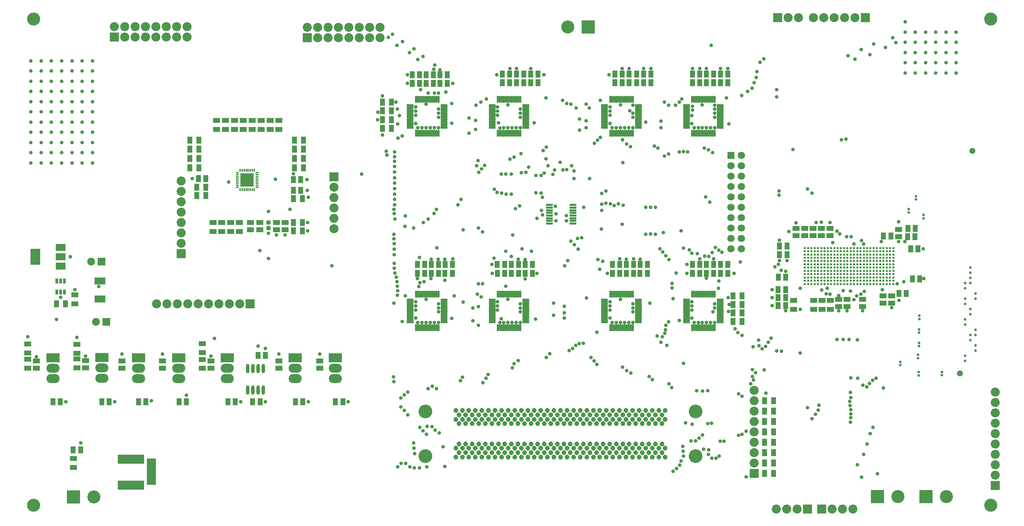
<source format=gts>
G04 Layer_Color=8388736*
%FSLAX43Y43*%
%MOMM*%
G71*
G01*
G75*
%ADD65O,1.753X0.503*%
%ADD66O,0.503X1.753*%
%ADD67R,1.203X1.703*%
%ADD68R,2.403X1.703*%
%ADD69R,2.403X4.003*%
%ADD70R,0.653X1.653*%
%ADD71R,1.703X1.203*%
%ADD72R,1.103X1.103*%
%ADD73R,0.803X1.253*%
%ADD74O,0.803X2.303*%
%ADD75O,1.753X0.553*%
%ADD76R,3.303X3.303*%
%ADD77R,0.453X0.803*%
%ADD78R,0.803X0.453*%
%ADD79C,0.540*%
%ADD80C,3.353*%
%ADD81C,1.203*%
%ADD82C,1.473*%
%ADD83C,2.203*%
%ADD84R,2.203X2.203*%
%ADD85R,2.203X2.203*%
%ADD86O,3.203X2.203*%
%ADD87R,3.203X2.203*%
%ADD88C,3.203*%
%ADD89R,3.203X3.203*%
%ADD90C,1.803*%
%ADD91R,1.803X1.803*%
%ADD92R,1.903X1.903*%
%ADD93C,1.903*%
%ADD94R,6.403X2.203*%
%ADD95R,2.203X6.403*%
%ADD96C,0.903*%
%ADD97C,0.653*%
D65*
X113350Y95450D02*
D03*
Y95950D02*
D03*
Y96450D02*
D03*
Y96950D02*
D03*
Y97450D02*
D03*
Y97950D02*
D03*
Y98450D02*
D03*
Y98950D02*
D03*
Y99450D02*
D03*
Y99950D02*
D03*
Y100450D02*
D03*
Y100950D02*
D03*
X105100D02*
D03*
Y100450D02*
D03*
Y99950D02*
D03*
Y99450D02*
D03*
Y98950D02*
D03*
Y98450D02*
D03*
Y97950D02*
D03*
Y97450D02*
D03*
Y96950D02*
D03*
Y96450D02*
D03*
Y95950D02*
D03*
Y95450D02*
D03*
X180850D02*
D03*
Y95950D02*
D03*
Y96450D02*
D03*
Y96950D02*
D03*
Y97450D02*
D03*
Y97950D02*
D03*
Y98450D02*
D03*
Y98950D02*
D03*
Y99450D02*
D03*
Y99950D02*
D03*
Y100450D02*
D03*
Y100950D02*
D03*
X172600D02*
D03*
Y100450D02*
D03*
Y99950D02*
D03*
Y99450D02*
D03*
Y98950D02*
D03*
Y98450D02*
D03*
Y97950D02*
D03*
Y97450D02*
D03*
Y96950D02*
D03*
Y96450D02*
D03*
Y95950D02*
D03*
Y95450D02*
D03*
X160850D02*
D03*
Y95950D02*
D03*
Y96450D02*
D03*
Y96950D02*
D03*
Y97450D02*
D03*
Y97950D02*
D03*
Y98450D02*
D03*
Y98950D02*
D03*
Y99450D02*
D03*
Y99950D02*
D03*
Y100450D02*
D03*
Y100950D02*
D03*
X152600D02*
D03*
Y100450D02*
D03*
Y99950D02*
D03*
Y99450D02*
D03*
Y98950D02*
D03*
Y98450D02*
D03*
Y97950D02*
D03*
Y97450D02*
D03*
Y96950D02*
D03*
Y96450D02*
D03*
Y95950D02*
D03*
Y95450D02*
D03*
X133350D02*
D03*
Y95950D02*
D03*
Y96450D02*
D03*
Y96950D02*
D03*
Y97450D02*
D03*
Y97950D02*
D03*
Y98450D02*
D03*
Y98950D02*
D03*
Y99450D02*
D03*
Y99950D02*
D03*
Y100450D02*
D03*
Y100950D02*
D03*
X125100D02*
D03*
Y100450D02*
D03*
Y99950D02*
D03*
Y99450D02*
D03*
Y98950D02*
D03*
Y98450D02*
D03*
Y97950D02*
D03*
Y97450D02*
D03*
Y96950D02*
D03*
Y96450D02*
D03*
Y95950D02*
D03*
Y95450D02*
D03*
X180850Y47825D02*
D03*
Y48325D02*
D03*
Y48825D02*
D03*
Y49325D02*
D03*
Y49825D02*
D03*
Y50325D02*
D03*
Y50825D02*
D03*
Y51325D02*
D03*
Y51825D02*
D03*
Y52325D02*
D03*
Y52825D02*
D03*
Y53325D02*
D03*
X172600D02*
D03*
Y52825D02*
D03*
Y52325D02*
D03*
Y51825D02*
D03*
Y51325D02*
D03*
Y50825D02*
D03*
Y50325D02*
D03*
Y49825D02*
D03*
Y49325D02*
D03*
Y48825D02*
D03*
Y48325D02*
D03*
Y47825D02*
D03*
X160850D02*
D03*
Y48325D02*
D03*
Y48825D02*
D03*
Y49325D02*
D03*
Y49825D02*
D03*
Y50325D02*
D03*
Y50825D02*
D03*
Y51325D02*
D03*
Y51825D02*
D03*
Y52325D02*
D03*
Y52825D02*
D03*
Y53325D02*
D03*
X152600D02*
D03*
Y52825D02*
D03*
Y52325D02*
D03*
Y51825D02*
D03*
Y51325D02*
D03*
Y50825D02*
D03*
Y50325D02*
D03*
Y49825D02*
D03*
Y49325D02*
D03*
Y48825D02*
D03*
Y48325D02*
D03*
Y47825D02*
D03*
X133350D02*
D03*
Y48325D02*
D03*
Y48825D02*
D03*
Y49325D02*
D03*
Y49825D02*
D03*
Y50325D02*
D03*
Y50825D02*
D03*
Y51325D02*
D03*
Y51825D02*
D03*
Y52325D02*
D03*
Y52825D02*
D03*
Y53325D02*
D03*
X125100D02*
D03*
Y52825D02*
D03*
Y52325D02*
D03*
Y51825D02*
D03*
Y51325D02*
D03*
Y50825D02*
D03*
Y50325D02*
D03*
Y49825D02*
D03*
Y49325D02*
D03*
Y48825D02*
D03*
Y48325D02*
D03*
Y47825D02*
D03*
X113350D02*
D03*
Y48325D02*
D03*
Y48825D02*
D03*
Y49325D02*
D03*
Y49825D02*
D03*
Y50325D02*
D03*
Y50825D02*
D03*
Y51325D02*
D03*
Y51825D02*
D03*
Y52325D02*
D03*
Y52825D02*
D03*
Y53325D02*
D03*
X105100D02*
D03*
Y52825D02*
D03*
Y52325D02*
D03*
Y51825D02*
D03*
Y51325D02*
D03*
Y50825D02*
D03*
Y50325D02*
D03*
Y49825D02*
D03*
Y49325D02*
D03*
Y48825D02*
D03*
Y48325D02*
D03*
Y47825D02*
D03*
D66*
X111975Y102325D02*
D03*
X111475D02*
D03*
X110975D02*
D03*
X110475D02*
D03*
X109975D02*
D03*
X109475D02*
D03*
X108975D02*
D03*
X108475D02*
D03*
X107975D02*
D03*
X107475D02*
D03*
X106975D02*
D03*
X106475D02*
D03*
Y94075D02*
D03*
X106975D02*
D03*
X107475D02*
D03*
X107975D02*
D03*
X108475D02*
D03*
X108975D02*
D03*
X109475D02*
D03*
X109975D02*
D03*
X110475D02*
D03*
X110975D02*
D03*
X111475D02*
D03*
X111975D02*
D03*
X179475Y102325D02*
D03*
X178975D02*
D03*
X178475D02*
D03*
X177975D02*
D03*
X177475D02*
D03*
X176975D02*
D03*
X176475D02*
D03*
X175975D02*
D03*
X175475D02*
D03*
X174975D02*
D03*
X174475D02*
D03*
X173975D02*
D03*
Y94075D02*
D03*
X174475D02*
D03*
X174975D02*
D03*
X175475D02*
D03*
X175975D02*
D03*
X176475D02*
D03*
X176975D02*
D03*
X177475D02*
D03*
X177975D02*
D03*
X178475D02*
D03*
X178975D02*
D03*
X179475D02*
D03*
X159475Y102325D02*
D03*
X158975D02*
D03*
X158475D02*
D03*
X157975D02*
D03*
X157475D02*
D03*
X156975D02*
D03*
X156475D02*
D03*
X155975D02*
D03*
X155475D02*
D03*
X154975D02*
D03*
X154475D02*
D03*
X153975D02*
D03*
Y94075D02*
D03*
X154475D02*
D03*
X154975D02*
D03*
X155475D02*
D03*
X155975D02*
D03*
X156475D02*
D03*
X156975D02*
D03*
X157475D02*
D03*
X157975D02*
D03*
X158475D02*
D03*
X158975D02*
D03*
X159475D02*
D03*
X131975Y102325D02*
D03*
X131475D02*
D03*
X130975D02*
D03*
X130475D02*
D03*
X129975D02*
D03*
X129475D02*
D03*
X128975D02*
D03*
X128475D02*
D03*
X127975D02*
D03*
X127475D02*
D03*
X126975D02*
D03*
X126475D02*
D03*
Y94075D02*
D03*
X126975D02*
D03*
X127475D02*
D03*
X127975D02*
D03*
X128475D02*
D03*
X128975D02*
D03*
X129475D02*
D03*
X129975D02*
D03*
X130475D02*
D03*
X130975D02*
D03*
X131475D02*
D03*
X131975D02*
D03*
X179475Y54700D02*
D03*
X178975D02*
D03*
X178475D02*
D03*
X177975D02*
D03*
X177475D02*
D03*
X176975D02*
D03*
X176475D02*
D03*
X175975D02*
D03*
X175475D02*
D03*
X174975D02*
D03*
X174475D02*
D03*
X173975D02*
D03*
Y46450D02*
D03*
X174475D02*
D03*
X174975D02*
D03*
X175475D02*
D03*
X175975D02*
D03*
X176475D02*
D03*
X176975D02*
D03*
X177475D02*
D03*
X177975D02*
D03*
X178475D02*
D03*
X178975D02*
D03*
X179475D02*
D03*
X159475Y54700D02*
D03*
X158975D02*
D03*
X158475D02*
D03*
X157975D02*
D03*
X157475D02*
D03*
X156975D02*
D03*
X156475D02*
D03*
X155975D02*
D03*
X155475D02*
D03*
X154975D02*
D03*
X154475D02*
D03*
X153975D02*
D03*
Y46450D02*
D03*
X154475D02*
D03*
X154975D02*
D03*
X155475D02*
D03*
X155975D02*
D03*
X156475D02*
D03*
X156975D02*
D03*
X157475D02*
D03*
X157975D02*
D03*
X158475D02*
D03*
X158975D02*
D03*
X159475D02*
D03*
X131975Y54700D02*
D03*
X131475D02*
D03*
X130975D02*
D03*
X130475D02*
D03*
X129975D02*
D03*
X129475D02*
D03*
X128975D02*
D03*
X128475D02*
D03*
X127975D02*
D03*
X127475D02*
D03*
X126975D02*
D03*
X126475D02*
D03*
Y46450D02*
D03*
X126975D02*
D03*
X127475D02*
D03*
X127975D02*
D03*
X128475D02*
D03*
X128975D02*
D03*
X129475D02*
D03*
X129975D02*
D03*
X130475D02*
D03*
X130975D02*
D03*
X131475D02*
D03*
X131975D02*
D03*
X111975Y54700D02*
D03*
X111475D02*
D03*
X110975D02*
D03*
X110475D02*
D03*
X109975D02*
D03*
X109475D02*
D03*
X108975D02*
D03*
X108475D02*
D03*
X107975D02*
D03*
X107475D02*
D03*
X106975D02*
D03*
X106475D02*
D03*
Y46450D02*
D03*
X106975D02*
D03*
X107475D02*
D03*
X107975D02*
D03*
X108475D02*
D03*
X108975D02*
D03*
X109475D02*
D03*
X109975D02*
D03*
X110475D02*
D03*
X110975D02*
D03*
X111475D02*
D03*
X111975D02*
D03*
D67*
X129762Y61925D02*
D03*
X131562D02*
D03*
X31525Y28350D02*
D03*
X29725D02*
D03*
X19575D02*
D03*
X17775D02*
D03*
X195025Y55825D02*
D03*
X196825D02*
D03*
X69706Y39698D02*
D03*
X67906D02*
D03*
X68381Y28325D02*
D03*
X66581D02*
D03*
X224500Y54825D02*
D03*
X226300D02*
D03*
X220750Y68950D02*
D03*
X222550D02*
D03*
X229225Y65750D02*
D03*
X227425D02*
D03*
X229625Y58450D02*
D03*
X227825D02*
D03*
X226700Y70775D02*
D03*
X228500D02*
D03*
X226675Y68725D02*
D03*
X228475D02*
D03*
X195357Y64375D02*
D03*
X197157D02*
D03*
X195357Y66450D02*
D03*
X197157D02*
D03*
X195075Y58850D02*
D03*
X196875D02*
D03*
X195025Y53850D02*
D03*
X196825D02*
D03*
X195025Y51887D02*
D03*
X196825D02*
D03*
X53325Y82975D02*
D03*
X55125D02*
D03*
X78336Y82725D02*
D03*
X76536D02*
D03*
X78336Y80100D02*
D03*
X76536D02*
D03*
X88625Y28325D02*
D03*
X86825D02*
D03*
X78825D02*
D03*
X77025D02*
D03*
X62350D02*
D03*
X60550D02*
D03*
X40475Y28350D02*
D03*
X38675D02*
D03*
X50375Y28325D02*
D03*
X48575D02*
D03*
X24525Y16600D02*
D03*
X22725D02*
D03*
X106825Y61925D02*
D03*
X108625D02*
D03*
X106825Y59800D02*
D03*
X108625D02*
D03*
X110200D02*
D03*
X112000D02*
D03*
X113600Y61925D02*
D03*
X115400D02*
D03*
X113575Y59800D02*
D03*
X115375D02*
D03*
X126350Y61925D02*
D03*
X128150D02*
D03*
X126400Y59800D02*
D03*
X128200D02*
D03*
X129788D02*
D03*
X131587D02*
D03*
X133175Y61925D02*
D03*
X134975D02*
D03*
X133175Y59800D02*
D03*
X134975D02*
D03*
X154525Y61925D02*
D03*
X156325D02*
D03*
X154525Y59800D02*
D03*
X156325D02*
D03*
X157887D02*
D03*
X159687D02*
D03*
X161275Y61925D02*
D03*
X163075D02*
D03*
X161250Y59800D02*
D03*
X163050D02*
D03*
X174050Y61925D02*
D03*
X175850D02*
D03*
X174050Y59800D02*
D03*
X175850D02*
D03*
X177475D02*
D03*
X179275D02*
D03*
X180900Y61925D02*
D03*
X182700D02*
D03*
X180900Y59800D02*
D03*
X182700D02*
D03*
X105600Y108400D02*
D03*
X107400D02*
D03*
X105600Y106250D02*
D03*
X107400D02*
D03*
X108975Y106250D02*
D03*
X110775D02*
D03*
X112350Y108400D02*
D03*
X114150D02*
D03*
X112350Y106250D02*
D03*
X114150D02*
D03*
X127575Y108550D02*
D03*
X129375D02*
D03*
X127575Y106400D02*
D03*
X129375D02*
D03*
X131050Y108550D02*
D03*
X132850D02*
D03*
X131050Y106400D02*
D03*
X132850D02*
D03*
X134550Y108550D02*
D03*
X136350D02*
D03*
X134550Y106400D02*
D03*
X136350D02*
D03*
X155125Y108550D02*
D03*
X156925D02*
D03*
X155125Y106400D02*
D03*
X156925D02*
D03*
X158625Y108550D02*
D03*
X160425D02*
D03*
X158625Y106400D02*
D03*
X160425D02*
D03*
X163950Y108550D02*
D03*
X162150D02*
D03*
X163950Y106400D02*
D03*
X162150D02*
D03*
X174050Y108550D02*
D03*
X175850D02*
D03*
X174050Y106400D02*
D03*
X175850D02*
D03*
X177475Y108550D02*
D03*
X179275D02*
D03*
X177475Y106400D02*
D03*
X179275D02*
D03*
X182700Y108550D02*
D03*
X180900D02*
D03*
X182700Y106400D02*
D03*
X180900D02*
D03*
X51236Y92400D02*
D03*
X53436D02*
D03*
X51236Y90137D02*
D03*
X53436D02*
D03*
X76786Y92400D02*
D03*
X78986D02*
D03*
X76786Y90137D02*
D03*
X78986D02*
D03*
X76786Y87875D02*
D03*
X78986D02*
D03*
X76786Y85612D02*
D03*
X78986D02*
D03*
X51236Y87875D02*
D03*
X53436D02*
D03*
X51236Y85612D02*
D03*
X53436D02*
D03*
X52925Y80850D02*
D03*
X55125D02*
D03*
X52925Y78775D02*
D03*
X55125D02*
D03*
X76511Y72225D02*
D03*
X78711D02*
D03*
Y70200D02*
D03*
X76511D02*
D03*
X78736Y78025D02*
D03*
X76536D02*
D03*
X191675Y10800D02*
D03*
X193875D02*
D03*
X191675Y13370D02*
D03*
X193875D02*
D03*
X191675Y15950D02*
D03*
X193875D02*
D03*
X191675Y18450D02*
D03*
X193875D02*
D03*
X191675Y20975D02*
D03*
X193875D02*
D03*
X191675Y23550D02*
D03*
X193875D02*
D03*
X191675Y26075D02*
D03*
X193875D02*
D03*
X191675Y28610D02*
D03*
X193875D02*
D03*
X98325Y97375D02*
D03*
X100525D02*
D03*
X98325Y99525D02*
D03*
X100525D02*
D03*
X20825Y52275D02*
D03*
X18625D02*
D03*
X98325Y95225D02*
D03*
X100525D02*
D03*
X98325Y101675D02*
D03*
X100525D02*
D03*
X186200Y54300D02*
D03*
X184000D02*
D03*
X186200Y52175D02*
D03*
X184000D02*
D03*
X186200Y50100D02*
D03*
X184000D02*
D03*
X186200Y48025D02*
D03*
X184000D02*
D03*
X108975Y108400D02*
D03*
X110775D02*
D03*
X177475Y61925D02*
D03*
X179275D02*
D03*
X157900D02*
D03*
X159700D02*
D03*
X110212D02*
D03*
X112012D02*
D03*
D68*
X19650Y63825D02*
D03*
Y61525D02*
D03*
Y66125D02*
D03*
D69*
X13450Y63825D02*
D03*
D70*
X28300Y53475D02*
D03*
X28950D02*
D03*
X29600D02*
D03*
X30250D02*
D03*
X28300Y57875D02*
D03*
X28950D02*
D03*
X29600D02*
D03*
X30250D02*
D03*
D71*
X220675Y52475D02*
D03*
Y54275D02*
D03*
X215625Y51650D02*
D03*
Y53450D02*
D03*
X222725Y52475D02*
D03*
Y54275D02*
D03*
X205600Y70775D02*
D03*
Y68975D02*
D03*
X211875Y51650D02*
D03*
Y53450D02*
D03*
X224450Y70525D02*
D03*
Y68725D02*
D03*
X207675Y70775D02*
D03*
Y68975D02*
D03*
X203550Y70775D02*
D03*
Y68975D02*
D03*
X201500Y70775D02*
D03*
Y68975D02*
D03*
X209825Y51650D02*
D03*
Y53450D02*
D03*
X199425Y70775D02*
D03*
Y68975D02*
D03*
X74511Y70425D02*
D03*
Y72225D02*
D03*
X72361Y70425D02*
D03*
Y72225D02*
D03*
X68336Y70425D02*
D03*
Y72225D02*
D03*
X66061Y70425D02*
D03*
Y72225D02*
D03*
X83000Y38325D02*
D03*
Y36525D02*
D03*
X72975Y38325D02*
D03*
Y36525D02*
D03*
X25700Y38425D02*
D03*
Y36625D02*
D03*
X56375Y38325D02*
D03*
Y36525D02*
D03*
X13740Y38340D02*
D03*
Y36540D02*
D03*
X34650Y38340D02*
D03*
Y36540D02*
D03*
X44515Y38340D02*
D03*
Y36540D02*
D03*
X22775Y12275D02*
D03*
Y14475D02*
D03*
X57761Y95000D02*
D03*
Y97200D02*
D03*
X59939Y95000D02*
D03*
Y97200D02*
D03*
X62118Y95000D02*
D03*
Y97200D02*
D03*
X64296Y95000D02*
D03*
Y97200D02*
D03*
X66475Y95000D02*
D03*
Y97200D02*
D03*
X68654Y95000D02*
D03*
Y97200D02*
D03*
X70832Y95000D02*
D03*
Y97200D02*
D03*
X73011Y95000D02*
D03*
Y97200D02*
D03*
X56911Y70000D02*
D03*
Y72200D02*
D03*
X59052Y70000D02*
D03*
Y72200D02*
D03*
X61194Y70000D02*
D03*
Y72200D02*
D03*
X63336Y70000D02*
D03*
Y72200D02*
D03*
X54275Y38725D02*
D03*
Y36525D02*
D03*
X207800Y50975D02*
D03*
Y53175D02*
D03*
X205775Y50975D02*
D03*
Y53175D02*
D03*
X203725Y50975D02*
D03*
Y53175D02*
D03*
X198775Y50975D02*
D03*
Y53175D02*
D03*
X11640Y42525D02*
D03*
Y40325D02*
D03*
Y38740D02*
D03*
Y36540D02*
D03*
X54275Y42600D02*
D03*
Y40400D02*
D03*
X23600Y38825D02*
D03*
Y36625D02*
D03*
Y42425D02*
D03*
Y40225D02*
D03*
X23075Y54475D02*
D03*
Y52275D02*
D03*
D72*
X70486Y70850D02*
D03*
Y72250D02*
D03*
D73*
X19625Y57900D02*
D03*
Y55200D02*
D03*
X18675Y57900D02*
D03*
X20575D02*
D03*
Y55200D02*
D03*
X18675D02*
D03*
D74*
X69161Y36473D02*
D03*
X67891D02*
D03*
X66621D02*
D03*
X65351D02*
D03*
X69161Y31273D02*
D03*
X67891D02*
D03*
X66621D02*
D03*
X65351D02*
D03*
D75*
X139125Y76500D02*
D03*
Y75850D02*
D03*
Y75200D02*
D03*
Y74550D02*
D03*
Y73900D02*
D03*
Y73250D02*
D03*
Y72600D02*
D03*
Y71950D02*
D03*
X144875Y76500D02*
D03*
Y75850D02*
D03*
Y75200D02*
D03*
Y74550D02*
D03*
Y73900D02*
D03*
Y73250D02*
D03*
Y72600D02*
D03*
Y71950D02*
D03*
D76*
X65236Y82625D02*
D03*
D77*
X63486Y85025D02*
D03*
X63986D02*
D03*
X64486D02*
D03*
X64986D02*
D03*
X65486D02*
D03*
X65986D02*
D03*
X66486D02*
D03*
X66986D02*
D03*
Y80225D02*
D03*
X66486D02*
D03*
X65986D02*
D03*
X65486D02*
D03*
X64986D02*
D03*
X64486D02*
D03*
X63986D02*
D03*
X63486D02*
D03*
D78*
X67636Y84375D02*
D03*
Y83875D02*
D03*
Y83375D02*
D03*
Y82875D02*
D03*
Y82375D02*
D03*
Y81875D02*
D03*
Y81375D02*
D03*
Y80875D02*
D03*
X62836D02*
D03*
Y81375D02*
D03*
Y81875D02*
D03*
Y82375D02*
D03*
Y82875D02*
D03*
Y83375D02*
D03*
Y83875D02*
D03*
Y84375D02*
D03*
D79*
X201550Y65975D02*
D03*
X202350D02*
D03*
X203150D02*
D03*
X203950D02*
D03*
X204750D02*
D03*
X205550D02*
D03*
X206350D02*
D03*
X207150D02*
D03*
X207950D02*
D03*
X208750D02*
D03*
X209550D02*
D03*
X210350D02*
D03*
X211150D02*
D03*
X211950D02*
D03*
X212750D02*
D03*
X213550D02*
D03*
X214350D02*
D03*
X215150D02*
D03*
X215950D02*
D03*
X216750D02*
D03*
X217550D02*
D03*
X218350D02*
D03*
X219150D02*
D03*
X219950D02*
D03*
X220750D02*
D03*
X221550D02*
D03*
X222350D02*
D03*
X201550Y65175D02*
D03*
X202350D02*
D03*
X203150D02*
D03*
X203950D02*
D03*
X204750D02*
D03*
X205550D02*
D03*
X206350D02*
D03*
X207150D02*
D03*
X207950D02*
D03*
X208750D02*
D03*
X209550D02*
D03*
X210350D02*
D03*
X211150D02*
D03*
X211950D02*
D03*
X212750D02*
D03*
X213550D02*
D03*
X214350D02*
D03*
X215150D02*
D03*
X215950D02*
D03*
X216750D02*
D03*
X217550D02*
D03*
X218350D02*
D03*
X219150D02*
D03*
X219950D02*
D03*
X220750D02*
D03*
X221550D02*
D03*
X222350D02*
D03*
X201550Y64375D02*
D03*
X202350D02*
D03*
X203150D02*
D03*
X203950D02*
D03*
X204750D02*
D03*
X205550D02*
D03*
X206350D02*
D03*
X207150D02*
D03*
X207950D02*
D03*
X208750D02*
D03*
X209550D02*
D03*
X210350D02*
D03*
X211150D02*
D03*
X211950D02*
D03*
X212750D02*
D03*
X213550D02*
D03*
X214350D02*
D03*
X215150D02*
D03*
X215950D02*
D03*
X216750D02*
D03*
X217550D02*
D03*
X218350D02*
D03*
X219150D02*
D03*
X219950D02*
D03*
X220750D02*
D03*
X221550D02*
D03*
X222350D02*
D03*
X201550Y63575D02*
D03*
X202350D02*
D03*
X203150D02*
D03*
X203950D02*
D03*
X204750D02*
D03*
X205550D02*
D03*
X206350D02*
D03*
X207150D02*
D03*
X207950D02*
D03*
X208750D02*
D03*
X209550D02*
D03*
X210350D02*
D03*
X211150D02*
D03*
X211950D02*
D03*
X212750D02*
D03*
X213550D02*
D03*
X214350D02*
D03*
X215150D02*
D03*
X215950D02*
D03*
X216750D02*
D03*
X217550D02*
D03*
X218350D02*
D03*
X219150D02*
D03*
X219950D02*
D03*
X220750D02*
D03*
X221550D02*
D03*
X222350D02*
D03*
X223150Y65975D02*
D03*
Y65175D02*
D03*
Y64375D02*
D03*
Y63575D02*
D03*
Y57975D02*
D03*
X222350Y57175D02*
D03*
X221550D02*
D03*
X220750D02*
D03*
X219950D02*
D03*
X219150D02*
D03*
X218350D02*
D03*
X217550D02*
D03*
X216750D02*
D03*
X215950D02*
D03*
X215150D02*
D03*
X214350D02*
D03*
X213550D02*
D03*
X212750D02*
D03*
X211950D02*
D03*
X211150D02*
D03*
X210350D02*
D03*
X209550D02*
D03*
X208750D02*
D03*
X207950D02*
D03*
X207150D02*
D03*
X206350D02*
D03*
X205550D02*
D03*
X204750D02*
D03*
X203950D02*
D03*
X203150D02*
D03*
X202350D02*
D03*
X201550D02*
D03*
X223150D02*
D03*
Y58775D02*
D03*
Y59575D02*
D03*
Y60375D02*
D03*
Y61175D02*
D03*
Y61975D02*
D03*
Y62775D02*
D03*
X222350Y57975D02*
D03*
X221550D02*
D03*
X220750D02*
D03*
X219950D02*
D03*
X219150D02*
D03*
X218350D02*
D03*
X217550D02*
D03*
X216750D02*
D03*
X215950D02*
D03*
X215150D02*
D03*
X214350D02*
D03*
X213550D02*
D03*
X212750D02*
D03*
X211950D02*
D03*
X211150D02*
D03*
X210350D02*
D03*
X209550D02*
D03*
X208750D02*
D03*
X207950D02*
D03*
X207150D02*
D03*
X206350D02*
D03*
X205550D02*
D03*
X204750D02*
D03*
X203950D02*
D03*
X203150D02*
D03*
X202350D02*
D03*
X201550D02*
D03*
X222350Y58775D02*
D03*
X221550D02*
D03*
X220750D02*
D03*
X219950D02*
D03*
X219150D02*
D03*
X218350D02*
D03*
X217550D02*
D03*
X216750D02*
D03*
X215950D02*
D03*
X215150D02*
D03*
X214350D02*
D03*
X213550D02*
D03*
X212750D02*
D03*
X211950D02*
D03*
X211150D02*
D03*
X210350D02*
D03*
X209550D02*
D03*
X208750D02*
D03*
X207950D02*
D03*
X207150D02*
D03*
X206350D02*
D03*
X205550D02*
D03*
X204750D02*
D03*
X203950D02*
D03*
X203150D02*
D03*
X202350D02*
D03*
X201550D02*
D03*
X222350Y59575D02*
D03*
X221550D02*
D03*
X220750D02*
D03*
X219950D02*
D03*
X219150D02*
D03*
X218350D02*
D03*
X217550D02*
D03*
X216750D02*
D03*
X215950D02*
D03*
X215150D02*
D03*
X214350D02*
D03*
X213550D02*
D03*
X212750D02*
D03*
X211950D02*
D03*
X211150D02*
D03*
X210350D02*
D03*
X209550D02*
D03*
X208750D02*
D03*
X207950D02*
D03*
X207150D02*
D03*
X206350D02*
D03*
X205550D02*
D03*
X204750D02*
D03*
X203950D02*
D03*
X203150D02*
D03*
X202350D02*
D03*
X201550D02*
D03*
X222350Y60375D02*
D03*
X221550D02*
D03*
X220750D02*
D03*
X219950D02*
D03*
X219150D02*
D03*
X218350D02*
D03*
X217550D02*
D03*
X216750D02*
D03*
X215950D02*
D03*
X215150D02*
D03*
X214350D02*
D03*
X213550D02*
D03*
X212750D02*
D03*
X211950D02*
D03*
X211150D02*
D03*
X210350D02*
D03*
X209550D02*
D03*
X208750D02*
D03*
X207950D02*
D03*
X207150D02*
D03*
X206350D02*
D03*
X205550D02*
D03*
X204750D02*
D03*
X203950D02*
D03*
X203150D02*
D03*
X202350D02*
D03*
X201550D02*
D03*
X222350Y61175D02*
D03*
X221550D02*
D03*
X220750D02*
D03*
X219950D02*
D03*
X219150D02*
D03*
X218350D02*
D03*
X217550D02*
D03*
X216750D02*
D03*
X215950D02*
D03*
X215150D02*
D03*
X214350D02*
D03*
X213550D02*
D03*
X212750D02*
D03*
X211950D02*
D03*
X211150D02*
D03*
X210350D02*
D03*
X209550D02*
D03*
X208750D02*
D03*
X207950D02*
D03*
X207150D02*
D03*
X206350D02*
D03*
X205550D02*
D03*
X204750D02*
D03*
X203950D02*
D03*
X203150D02*
D03*
X202350D02*
D03*
X201550D02*
D03*
X222350Y61975D02*
D03*
X221550D02*
D03*
X220750D02*
D03*
X219950D02*
D03*
X219150D02*
D03*
X218350D02*
D03*
X217550D02*
D03*
X216750D02*
D03*
X215950D02*
D03*
X215150D02*
D03*
X214350D02*
D03*
X213550D02*
D03*
X212750D02*
D03*
X211950D02*
D03*
X211150D02*
D03*
X210350D02*
D03*
X209550D02*
D03*
X208750D02*
D03*
X207950D02*
D03*
X207150D02*
D03*
X206350D02*
D03*
X205550D02*
D03*
X204750D02*
D03*
X203950D02*
D03*
X203150D02*
D03*
X202350D02*
D03*
X201550D02*
D03*
X222350Y62775D02*
D03*
X221550D02*
D03*
X220750D02*
D03*
X219950D02*
D03*
X219150D02*
D03*
X218350D02*
D03*
X217550D02*
D03*
X216750D02*
D03*
X215950D02*
D03*
X215150D02*
D03*
X214350D02*
D03*
X213550D02*
D03*
X212750D02*
D03*
X211950D02*
D03*
X211150D02*
D03*
X210350D02*
D03*
X209550D02*
D03*
X208750D02*
D03*
X207950D02*
D03*
X207150D02*
D03*
X206350D02*
D03*
X205550D02*
D03*
X204750D02*
D03*
X203950D02*
D03*
X203150D02*
D03*
X202350D02*
D03*
X201550D02*
D03*
D80*
X108825Y26025D02*
D03*
X174825Y15025D02*
D03*
Y26025D02*
D03*
X108825Y15025D02*
D03*
D81*
X117825Y14825D02*
D03*
X119425D02*
D03*
X121025D02*
D03*
X122625D02*
D03*
X124225D02*
D03*
X125825D02*
D03*
X127425D02*
D03*
X129025D02*
D03*
X130625D02*
D03*
X132225D02*
D03*
X133825D02*
D03*
X135425D02*
D03*
X137025D02*
D03*
X138625D02*
D03*
X140225D02*
D03*
X141825D02*
D03*
X143425D02*
D03*
X145025D02*
D03*
X146625D02*
D03*
X148225D02*
D03*
X149825D02*
D03*
X151425D02*
D03*
X153025D02*
D03*
X154625D02*
D03*
X156225D02*
D03*
X157825D02*
D03*
X159425D02*
D03*
X161025D02*
D03*
X162625D02*
D03*
X164225D02*
D03*
X165825D02*
D03*
X167425D02*
D03*
X116225D02*
D03*
X118625Y15875D02*
D03*
X120225D02*
D03*
X121825D02*
D03*
X123425D02*
D03*
X125025D02*
D03*
X126625D02*
D03*
X128225D02*
D03*
X129825D02*
D03*
X131425D02*
D03*
X133025D02*
D03*
X134625D02*
D03*
X136225D02*
D03*
X137825D02*
D03*
X139425D02*
D03*
X141025D02*
D03*
X142625D02*
D03*
X144225D02*
D03*
X145825D02*
D03*
X147425D02*
D03*
X149025D02*
D03*
X150625D02*
D03*
X152225D02*
D03*
X153825D02*
D03*
X155425D02*
D03*
X157025D02*
D03*
X158625D02*
D03*
X160225D02*
D03*
X161825D02*
D03*
X163425D02*
D03*
X165025D02*
D03*
X166625D02*
D03*
X116225Y16975D02*
D03*
X117025Y15875D02*
D03*
X167425Y16975D02*
D03*
X165825D02*
D03*
X164225D02*
D03*
X162625D02*
D03*
X161025D02*
D03*
X159425D02*
D03*
X157825D02*
D03*
X156225D02*
D03*
X154625D02*
D03*
X153025D02*
D03*
X151425D02*
D03*
X149825D02*
D03*
X148225D02*
D03*
X146625D02*
D03*
X145025D02*
D03*
X143425D02*
D03*
X141825D02*
D03*
X140225D02*
D03*
X138625D02*
D03*
X137025D02*
D03*
X135425D02*
D03*
X133825D02*
D03*
X132225D02*
D03*
X130625D02*
D03*
X129025D02*
D03*
X127425D02*
D03*
X125825D02*
D03*
X124225D02*
D03*
X122625D02*
D03*
X121025D02*
D03*
X119425D02*
D03*
X117825D02*
D03*
X117025Y18025D02*
D03*
X166625D02*
D03*
X165025D02*
D03*
X163425D02*
D03*
X161825D02*
D03*
X160225D02*
D03*
X158625D02*
D03*
X157025D02*
D03*
X155425D02*
D03*
X153825D02*
D03*
X152225D02*
D03*
X150625D02*
D03*
X149025D02*
D03*
X147425D02*
D03*
X145825D02*
D03*
X144225D02*
D03*
X142625D02*
D03*
X141025D02*
D03*
X139425D02*
D03*
X137825D02*
D03*
X136225D02*
D03*
X134625D02*
D03*
X133025D02*
D03*
X131425D02*
D03*
X129825D02*
D03*
X128225D02*
D03*
X126625D02*
D03*
X125025D02*
D03*
X123425D02*
D03*
X121825D02*
D03*
X120225D02*
D03*
X118625D02*
D03*
Y23025D02*
D03*
X120225D02*
D03*
X121825D02*
D03*
X123425D02*
D03*
X125025D02*
D03*
X126625D02*
D03*
X128225D02*
D03*
X129825D02*
D03*
X131425D02*
D03*
X133025D02*
D03*
X134625D02*
D03*
X136225D02*
D03*
X137825D02*
D03*
X139425D02*
D03*
X141025D02*
D03*
X142625D02*
D03*
X144225D02*
D03*
X145825D02*
D03*
X147425D02*
D03*
X149025D02*
D03*
X150625D02*
D03*
X152225D02*
D03*
X153825D02*
D03*
X155425D02*
D03*
X157025D02*
D03*
X158625D02*
D03*
X160225D02*
D03*
X161825D02*
D03*
X163425D02*
D03*
X165025D02*
D03*
X166625D02*
D03*
X117025D02*
D03*
X117825Y24075D02*
D03*
X119425D02*
D03*
X121025D02*
D03*
X122625D02*
D03*
X124225D02*
D03*
X125825D02*
D03*
X127425D02*
D03*
X129025D02*
D03*
X130625D02*
D03*
X132225D02*
D03*
X133825D02*
D03*
X135425D02*
D03*
X137025D02*
D03*
X138625D02*
D03*
X140225D02*
D03*
X141825D02*
D03*
X143425D02*
D03*
X145025D02*
D03*
X146625D02*
D03*
X148225D02*
D03*
X149825D02*
D03*
X151425D02*
D03*
X153025D02*
D03*
X154625D02*
D03*
X156225D02*
D03*
X157825D02*
D03*
X159425D02*
D03*
X161025D02*
D03*
X162625D02*
D03*
X164225D02*
D03*
X165825D02*
D03*
X167425D02*
D03*
X117025Y25175D02*
D03*
X116225Y24075D02*
D03*
X166625Y25175D02*
D03*
X165025D02*
D03*
X163425D02*
D03*
X161825D02*
D03*
X160225D02*
D03*
X158625D02*
D03*
X157025D02*
D03*
X155425D02*
D03*
X153825D02*
D03*
X152225D02*
D03*
X150625D02*
D03*
X149025D02*
D03*
X147425D02*
D03*
X145825D02*
D03*
X144225D02*
D03*
X142625D02*
D03*
X141025D02*
D03*
X139425D02*
D03*
X137825D02*
D03*
X136225D02*
D03*
X134625D02*
D03*
X133025D02*
D03*
X131425D02*
D03*
X129825D02*
D03*
X128225D02*
D03*
X126625D02*
D03*
X125025D02*
D03*
X123425D02*
D03*
X121825D02*
D03*
X120225D02*
D03*
X118625D02*
D03*
X116225Y26225D02*
D03*
X167425D02*
D03*
X165825D02*
D03*
X164225D02*
D03*
X162625D02*
D03*
X161025D02*
D03*
X159425D02*
D03*
X157825D02*
D03*
X156225D02*
D03*
X154625D02*
D03*
X153025D02*
D03*
X151425D02*
D03*
X149825D02*
D03*
X148225D02*
D03*
X146625D02*
D03*
X145025D02*
D03*
X143425D02*
D03*
X141825D02*
D03*
X140225D02*
D03*
X138625D02*
D03*
X137025D02*
D03*
X135425D02*
D03*
X133825D02*
D03*
X132225D02*
D03*
X130625D02*
D03*
X129025D02*
D03*
X127425D02*
D03*
X125825D02*
D03*
X124225D02*
D03*
X122625D02*
D03*
X121025D02*
D03*
X119425D02*
D03*
X117825D02*
D03*
D82*
X242475Y89696D02*
D03*
X239425Y35314D02*
D03*
D83*
X50521Y120150D02*
D03*
Y117610D02*
D03*
X47981Y120150D02*
D03*
Y117610D02*
D03*
X45441Y120150D02*
D03*
Y117610D02*
D03*
X32741Y120150D02*
D03*
X35281Y117610D02*
D03*
Y120150D02*
D03*
X37821Y117610D02*
D03*
Y120150D02*
D03*
X40361Y117610D02*
D03*
Y120150D02*
D03*
X42901Y117610D02*
D03*
Y120150D02*
D03*
X90111Y119975D02*
D03*
Y117435D02*
D03*
X87571Y119975D02*
D03*
Y117435D02*
D03*
X85031Y119975D02*
D03*
Y117435D02*
D03*
X82491Y119975D02*
D03*
Y117435D02*
D03*
X79951Y119975D02*
D03*
X92651Y117435D02*
D03*
Y119975D02*
D03*
X95191Y117435D02*
D03*
Y119975D02*
D03*
X97731Y117435D02*
D03*
Y119975D02*
D03*
X189175Y13370D02*
D03*
Y31150D02*
D03*
Y28610D02*
D03*
Y26070D02*
D03*
Y23530D02*
D03*
Y20990D02*
D03*
Y18450D02*
D03*
Y15910D02*
D03*
X208215Y2125D02*
D03*
X210755D02*
D03*
X213295D02*
D03*
X199645D02*
D03*
X197105D02*
D03*
X194565D02*
D03*
X248050Y30760D02*
D03*
Y10440D02*
D03*
Y28220D02*
D03*
Y25680D02*
D03*
Y23140D02*
D03*
Y20600D02*
D03*
Y18060D02*
D03*
Y15520D02*
D03*
Y12980D02*
D03*
X197475Y122350D02*
D03*
X200015D02*
D03*
X208715D02*
D03*
X211255D02*
D03*
X213795D02*
D03*
X206175D02*
D03*
X203635D02*
D03*
X86436Y75730D02*
D03*
Y78270D02*
D03*
Y80810D02*
D03*
Y73190D02*
D03*
Y70650D02*
D03*
X49118Y82382D02*
D03*
Y77302D02*
D03*
Y74762D02*
D03*
Y67142D02*
D03*
Y69682D02*
D03*
Y72222D02*
D03*
Y79842D02*
D03*
X43140Y52300D02*
D03*
X63460D02*
D03*
X45680D02*
D03*
X48220D02*
D03*
X50760D02*
D03*
X53300D02*
D03*
X55840D02*
D03*
X58380D02*
D03*
X60920D02*
D03*
D84*
X32741Y117610D02*
D03*
X79951Y117435D02*
D03*
X205675Y2125D02*
D03*
X202185D02*
D03*
X194935Y122350D02*
D03*
X216335D02*
D03*
X66000Y52300D02*
D03*
D85*
X189175Y10830D02*
D03*
X248050Y7900D02*
D03*
X86436Y83350D02*
D03*
X49118Y64602D02*
D03*
D86*
X86825Y33985D02*
D03*
Y36525D02*
D03*
X77000Y33985D02*
D03*
Y36525D02*
D03*
X29725Y34085D02*
D03*
Y36625D02*
D03*
X60400Y33985D02*
D03*
Y36525D02*
D03*
X38675Y33985D02*
D03*
Y36525D02*
D03*
X17765Y33985D02*
D03*
Y36525D02*
D03*
X48540Y33985D02*
D03*
Y36525D02*
D03*
D87*
X86825Y39065D02*
D03*
X77000D02*
D03*
X29725Y39165D02*
D03*
X60400Y39065D02*
D03*
X38675Y39065D02*
D03*
X17765D02*
D03*
X48540D02*
D03*
D88*
X13000Y122000D02*
D03*
X247000D02*
D03*
Y3000D02*
D03*
X13000D02*
D03*
X27750Y5050D02*
D03*
X224275Y5125D02*
D03*
X236150D02*
D03*
X143600Y120075D02*
D03*
D89*
X22750Y5050D02*
D03*
X219275Y5125D02*
D03*
X231150D02*
D03*
X148600Y120075D02*
D03*
D90*
X185975Y78510D02*
D03*
X183435D02*
D03*
X185975Y81050D02*
D03*
X183435D02*
D03*
X185975Y83590D02*
D03*
X183435D02*
D03*
X185975Y86130D02*
D03*
X183435D02*
D03*
X185975Y88670D02*
D03*
X183435Y75970D02*
D03*
X185975D02*
D03*
X183435Y73430D02*
D03*
X185975D02*
D03*
X183435Y70890D02*
D03*
X185975D02*
D03*
X183435Y68350D02*
D03*
X185975D02*
D03*
X183435Y65810D02*
D03*
X185975D02*
D03*
D91*
X183435Y88670D02*
D03*
D92*
X29645Y62625D02*
D03*
X30820Y47875D02*
D03*
D93*
X27105Y62625D02*
D03*
X28280Y47875D02*
D03*
D94*
X36800Y7975D02*
D03*
Y14275D02*
D03*
D95*
X41800Y11275D02*
D03*
D96*
X113500Y12500D02*
D03*
X113800Y104166D02*
D03*
X50371Y29975D02*
D03*
X57200Y43875D02*
D03*
X213550Y66925D02*
D03*
X134050Y85725D02*
D03*
X138775Y86075D02*
D03*
X138300Y87781D02*
D03*
X138250Y102650D02*
D03*
X138325Y90700D02*
D03*
X137550Y89850D02*
D03*
X135369Y96600D02*
D03*
X135850Y79500D02*
D03*
Y83725D02*
D03*
X132421Y65805D02*
D03*
X111100Y110750D02*
D03*
X170119Y59825D02*
D03*
X134689Y65150D02*
D03*
X136025Y59775D02*
D03*
X151375Y60775D02*
D03*
X18625Y48475D02*
D03*
X22000Y63825D02*
D03*
X192000Y30475D02*
D03*
X140529Y76150D02*
D03*
X147450Y75950D02*
D03*
X125525Y63462D02*
D03*
X107345Y63625D02*
D03*
X200450Y40325D02*
D03*
X202169Y26950D02*
D03*
X200450Y50962D02*
D03*
X163650Y52525D02*
D03*
X169050Y57300D02*
D03*
X112350Y109525D02*
D03*
X178675Y115525D02*
D03*
X111950Y63275D02*
D03*
X194692Y102925D02*
D03*
X198600Y90100D02*
D03*
X210075Y69400D02*
D03*
X209375Y70125D02*
D03*
X208350Y67300D02*
D03*
X176475Y95400D02*
D03*
X174475D02*
D03*
X175475D02*
D03*
X150075Y91600D02*
D03*
X150900Y92350D02*
D03*
X99425Y88725D02*
D03*
X99250Y89675D02*
D03*
X215225Y54700D02*
D03*
X101250Y87175D02*
D03*
X121700Y87325D02*
D03*
X121850Y84500D02*
D03*
X122525Y85300D02*
D03*
X157950Y91425D02*
D03*
X146475Y94825D02*
D03*
X156975Y92450D02*
D03*
X67891Y42025D02*
D03*
X216069Y55325D02*
D03*
X215925Y66925D02*
D03*
X215400Y67775D02*
D03*
X220750Y31750D02*
D03*
X218206Y22075D02*
D03*
X222750Y51375D02*
D03*
X209825Y54373D02*
D03*
X210925Y55500D02*
D03*
X220475Y55800D02*
D03*
X220200Y67562D02*
D03*
X214485Y34102D02*
D03*
X212800Y34175D02*
D03*
X212700Y30628D02*
D03*
X218100Y33575D02*
D03*
X216650Y31975D02*
D03*
X217300Y32825D02*
D03*
X218939Y34085D02*
D03*
X212500Y28450D02*
D03*
X212600Y27425D02*
D03*
X79936Y80100D02*
D03*
X212775Y25425D02*
D03*
X214350Y12980D02*
D03*
X212785Y29376D02*
D03*
X215775Y32425D02*
D03*
X212775Y26425D02*
D03*
Y24425D02*
D03*
X225700Y57750D02*
D03*
X93225Y84075D02*
D03*
X103100Y48025D02*
D03*
X101098Y52525D02*
D03*
X103850Y73800D02*
D03*
X105950Y70875D02*
D03*
X118025Y70400D02*
D03*
X115850Y54300D02*
D03*
X108325Y72225D02*
D03*
X122425Y54025D02*
D03*
X121525Y54725D02*
D03*
X122738Y57200D02*
D03*
X121775D02*
D03*
Y70825D02*
D03*
X122738Y69963D02*
D03*
X133350Y84450D02*
D03*
X132275Y84425D02*
D03*
X167475Y46000D02*
D03*
X167525Y47050D02*
D03*
X168275Y47875D02*
D03*
X175475Y47775D02*
D03*
X191600Y36125D02*
D03*
X204975Y27500D02*
D03*
X188900Y41825D02*
D03*
X190325Y42100D02*
D03*
X191100Y41275D02*
D03*
X191925Y41925D02*
D03*
X192600Y42925D02*
D03*
X193300Y43925D02*
D03*
X188750Y36225D02*
D03*
X189500Y35425D02*
D03*
X188700Y34575D02*
D03*
X189000Y33650D02*
D03*
X103775Y71250D02*
D03*
X103923Y54250D02*
D03*
X101912Y54412D02*
D03*
X102013Y55541D02*
D03*
X179050Y50325D02*
D03*
X142775Y51750D02*
D03*
Y50075D02*
D03*
X140100Y52525D02*
D03*
X150675Y45350D02*
D03*
X139200Y40100D02*
D03*
X140100Y49550D02*
D03*
X121775Y51650D02*
D03*
Y47025D02*
D03*
X120425Y51300D02*
D03*
Y48200D02*
D03*
X106425Y52825D02*
D03*
X132150Y89025D02*
D03*
X110950Y74450D02*
D03*
X179525Y97950D02*
D03*
X166400Y97050D02*
D03*
X166375Y95400D02*
D03*
X158750Y99575D02*
D03*
X146475Y97550D02*
D03*
X148075Y97100D02*
D03*
X148075Y95400D02*
D03*
X119450Y97800D02*
D03*
Y94075D02*
D03*
X121075Y97150D02*
D03*
Y95000D02*
D03*
X126975Y95325D02*
D03*
X126625Y96625D02*
D03*
X98325Y103200D02*
D03*
X97200Y99200D02*
D03*
X97136Y97325D02*
D03*
X98325Y93625D02*
D03*
X142750Y48825D02*
D03*
X203275Y24200D02*
D03*
X204175Y25325D02*
D03*
X204775Y26300D02*
D03*
X212700Y23400D02*
D03*
X224575Y53200D02*
D03*
X170875Y48275D02*
D03*
X159475Y47775D02*
D03*
X158475D02*
D03*
X135725Y48625D02*
D03*
X115250Y48725D02*
D03*
X157475Y47775D02*
D03*
X173925Y96450D02*
D03*
X178475Y95400D02*
D03*
X177475D02*
D03*
X179475D02*
D03*
X157475D02*
D03*
X106425Y96450D02*
D03*
X153925Y50825D02*
D03*
X127350Y48700D02*
D03*
X174475Y47775D02*
D03*
X159525Y50325D02*
D03*
Y51325D02*
D03*
X153925Y51825D02*
D03*
X159525Y52325D02*
D03*
X182975Y96325D02*
D03*
X162650Y96725D02*
D03*
X115200Y96500D02*
D03*
X173933Y98405D02*
D03*
X174083Y99705D02*
D03*
X174075Y100625D02*
D03*
X180450Y56125D02*
D03*
X118050Y52750D02*
D03*
X115250Y101375D02*
D03*
X179525Y100950D02*
D03*
X159525Y97950D02*
D03*
Y98950D02*
D03*
X132025Y97950D02*
D03*
Y99950D02*
D03*
X148850Y100225D02*
D03*
X148125Y101200D02*
D03*
X153925Y98450D02*
D03*
X122375Y101675D02*
D03*
X123725Y102475D02*
D03*
X159525Y100950D02*
D03*
X173925Y52825D02*
D03*
X173925Y51825D02*
D03*
Y50825D02*
D03*
Y48825D02*
D03*
X176475Y47775D02*
D03*
X177475D02*
D03*
X178475D02*
D03*
X179475D02*
D03*
X179525Y51325D02*
D03*
Y52325D02*
D03*
X153925Y52825D02*
D03*
X153925Y48825D02*
D03*
X154475Y47775D02*
D03*
X155475D02*
D03*
X156475D02*
D03*
X126425Y52825D02*
D03*
X126425Y51825D02*
D03*
Y50825D02*
D03*
X126975Y47775D02*
D03*
X127975D02*
D03*
X128975D02*
D03*
X129975D02*
D03*
X130975D02*
D03*
X131975D02*
D03*
X132025Y50325D02*
D03*
Y51325D02*
D03*
Y52325D02*
D03*
X106425Y51825D02*
D03*
Y50825D02*
D03*
Y48825D02*
D03*
X106975Y47775D02*
D03*
X107975D02*
D03*
X108975D02*
D03*
X109975D02*
D03*
X110975D02*
D03*
X111975D02*
D03*
X112025Y50325D02*
D03*
Y51325D02*
D03*
Y52325D02*
D03*
X179525Y98950D02*
D03*
Y99950D02*
D03*
X153925Y100450D02*
D03*
X153925Y99450D02*
D03*
Y96450D02*
D03*
X154475Y95400D02*
D03*
X155475D02*
D03*
X156475D02*
D03*
X158475D02*
D03*
X159475D02*
D03*
X126425Y100450D02*
D03*
X126425Y99450D02*
D03*
Y98450D02*
D03*
X127975Y95400D02*
D03*
X128975D02*
D03*
X129975D02*
D03*
X130975D02*
D03*
X131975D02*
D03*
X132025Y98950D02*
D03*
X108975Y101150D02*
D03*
X112025Y99950D02*
D03*
Y98950D02*
D03*
Y97950D02*
D03*
X111975Y95400D02*
D03*
X110975D02*
D03*
X109975D02*
D03*
X108975D02*
D03*
X107975D02*
D03*
X106975D02*
D03*
X106425Y98450D02*
D03*
Y99450D02*
D03*
X106425Y100450D02*
D03*
X157025Y86870D02*
D03*
X141725Y86950D02*
D03*
X157175Y76450D02*
D03*
X156850Y71825D02*
D03*
X139950Y83975D02*
D03*
X142375Y85100D02*
D03*
X143325Y85132D02*
D03*
Y101325D02*
D03*
X140406Y85075D02*
D03*
X142325Y102125D02*
D03*
X107625Y104725D02*
D03*
X195850Y40675D02*
D03*
X194625Y40775D02*
D03*
X230675Y58525D02*
D03*
X219275Y10725D02*
D03*
X217550Y20600D02*
D03*
X216725Y18060D02*
D03*
X215930Y15520D02*
D03*
X215400Y9875D02*
D03*
X207725Y54700D02*
D03*
X205700Y55725D02*
D03*
X207025Y56125D02*
D03*
X206775Y54787D02*
D03*
X129775Y63900D02*
D03*
X151900Y79300D02*
D03*
X152900Y79900D02*
D03*
Y76950D02*
D03*
X151900Y76700D02*
D03*
X147000Y68450D02*
D03*
X145975Y68300D02*
D03*
X128975Y53375D02*
D03*
X148175Y53750D02*
D03*
X151525Y102100D02*
D03*
X128975Y101000D02*
D03*
X121150Y100875D02*
D03*
X131800Y76275D02*
D03*
X130800Y75600D02*
D03*
X107150Y56575D02*
D03*
X107475Y57475D02*
D03*
X108475Y57775D02*
D03*
X146125Y65675D02*
D03*
X145225Y66775D02*
D03*
X144400Y67625D02*
D03*
X171886Y65950D02*
D03*
X182400Y102650D02*
D03*
X176475Y101000D02*
D03*
X111583Y66008D02*
D03*
X166950Y69725D02*
D03*
X128475Y84100D02*
D03*
X137800Y84350D02*
D03*
X144500Y86130D02*
D03*
X145150Y84860D02*
D03*
X144350Y101200D02*
D03*
X145625Y100225D02*
D03*
X167225Y88475D02*
D03*
X167229Y101650D02*
D03*
X168225Y88975D02*
D03*
Y100875D02*
D03*
X169950D02*
D03*
X170850Y101650D02*
D03*
X171425Y102475D02*
D03*
X177275Y78500D02*
D03*
X178300Y77240D02*
D03*
X177025Y64000D02*
D03*
X178075Y63950D02*
D03*
X169060Y56200D02*
D03*
X181275Y64900D02*
D03*
X185750Y62550D02*
D03*
X179700Y66100D02*
D03*
X180475Y65450D02*
D03*
X178925Y64850D02*
D03*
X76536Y84125D02*
D03*
X133175Y58450D02*
D03*
X224475Y67575D02*
D03*
X225950Y67525D02*
D03*
X108175Y112825D02*
D03*
X101175Y67050D02*
D03*
X101131Y68219D02*
D03*
X101125Y69325D02*
D03*
X104000Y13275D02*
D03*
X102848Y13273D02*
D03*
X102000Y12425D02*
D03*
X138350Y39225D02*
D03*
X131475Y38450D02*
D03*
X130475Y37675D02*
D03*
X130025Y36675D02*
D03*
X124150Y35025D02*
D03*
X123625Y34150D02*
D03*
X122850Y33000D02*
D03*
X188325Y32775D02*
D03*
X178975Y89325D02*
D03*
X177975Y89975D02*
D03*
X176975Y90425D02*
D03*
X190225Y43425D02*
D03*
X165650Y90450D02*
D03*
X164775Y90900D02*
D03*
X184200Y59788D02*
D03*
X158950Y90775D02*
D03*
X193553Y55825D02*
D03*
X179275Y63325D02*
D03*
X177475Y58575D02*
D03*
X133175Y63150D02*
D03*
X113575Y58100D02*
D03*
X187200Y10000D02*
D03*
X151575Y93050D02*
D03*
X101275Y89500D02*
D03*
X101250Y88300D02*
D03*
X101275Y85950D02*
D03*
X130475Y88225D02*
D03*
X101275Y84550D02*
D03*
X101300Y83175D02*
D03*
X101250Y81825D02*
D03*
X72975Y40000D02*
D03*
X83000Y40000D02*
D03*
X101300Y80500D02*
D03*
Y79150D02*
D03*
X23600Y44100D02*
D03*
X25712Y39500D02*
D03*
X32850Y28337D02*
D03*
X11640Y44250D02*
D03*
X13750Y39400D02*
D03*
X34650Y40015D02*
D03*
X41800Y28579D02*
D03*
X80150Y28325D02*
D03*
X63675D02*
D03*
X69706D02*
D03*
X20900Y28350D02*
D03*
X44515Y40015D02*
D03*
X117500Y77850D02*
D03*
X101300D02*
D03*
X116725Y76525D02*
D03*
X101275D02*
D03*
X214375Y43500D02*
D03*
X212350Y43625D02*
D03*
X210875D02*
D03*
X209375D02*
D03*
X215625Y50600D02*
D03*
X211875D02*
D03*
X209825D02*
D03*
X213500Y53325D02*
D03*
X70475Y63400D02*
D03*
X183050Y52175D02*
D03*
X182800Y53800D02*
D03*
X182913Y50462D02*
D03*
X111475Y75450D02*
D03*
X101125D02*
D03*
X101200Y74450D02*
D03*
X100975Y34475D02*
D03*
X101325Y73100D02*
D03*
X102125Y92875D02*
D03*
X103125Y93375D02*
D03*
X102050Y96350D02*
D03*
X117887Y34388D02*
D03*
X101075Y33250D02*
D03*
X117350Y33500D02*
D03*
X103650Y30025D02*
D03*
X104475Y30700D02*
D03*
X109475Y31575D02*
D03*
X110475Y32125D02*
D03*
X111475Y31550D02*
D03*
X195775Y60500D02*
D03*
X194250Y61350D02*
D03*
X195100Y62000D02*
D03*
X212884Y68775D02*
D03*
X211788Y68738D02*
D03*
X85975Y61625D02*
D03*
X199425Y72125D02*
D03*
X197650Y70000D02*
D03*
X196825Y50628D02*
D03*
X193553Y51887D02*
D03*
Y53850D02*
D03*
X196875Y60297D02*
D03*
X197157Y62903D02*
D03*
X195357D02*
D03*
Y67922D02*
D03*
X207675Y72247D02*
D03*
X205600Y72300D02*
D03*
X224425Y72375D02*
D03*
X140725Y74325D02*
D03*
X137400Y74100D02*
D03*
X140725Y72600D02*
D03*
X143275D02*
D03*
Y73900D02*
D03*
X79836Y82725D02*
D03*
X51825Y82975D02*
D03*
X102475Y98375D02*
D03*
X101929Y99950D02*
D03*
X101575Y101675D02*
D03*
X203300Y79402D02*
D03*
X202150Y80425D02*
D03*
X195275Y78925D02*
D03*
Y79950D02*
D03*
X137125Y75200D02*
D03*
X151775Y70625D02*
D03*
X151875Y75200D02*
D03*
X130175Y69125D02*
D03*
X136100Y73250D02*
D03*
X128475Y65187D02*
D03*
X24525Y18275D02*
D03*
X69706Y41373D02*
D03*
X56375Y39550D02*
D03*
X89950Y28325D02*
D03*
X128475Y56600D02*
D03*
X145125Y83000D02*
D03*
X148900D02*
D03*
X186075Y103300D02*
D03*
X106975Y112100D02*
D03*
X104900Y113775D02*
D03*
X106000Y114750D02*
D03*
X103225Y116475D02*
D03*
X101850Y115600D02*
D03*
X99750Y117525D02*
D03*
X100725Y118275D02*
D03*
X190625Y111450D02*
D03*
X191550Y112275D02*
D03*
X223775Y116200D02*
D03*
X212100Y113025D02*
D03*
X213825Y112150D02*
D03*
X215300Y114525D02*
D03*
X218350Y115875D02*
D03*
X187500Y104300D02*
D03*
X188650Y105100D02*
D03*
X189150Y106375D02*
D03*
X189625Y107650D02*
D03*
X189850Y109150D02*
D03*
X222975Y117400D02*
D03*
X221250Y115050D02*
D03*
X217400Y113300D02*
D03*
X68336Y65339D02*
D03*
X211550Y92625D02*
D03*
X210525Y92450D02*
D03*
X60750Y82100D02*
D03*
X72125Y82825D02*
D03*
X200375Y56100D02*
D03*
X111975Y103875D02*
D03*
X115450Y106250D02*
D03*
X110975Y103875D02*
D03*
X109475D02*
D03*
X110825Y109750D02*
D03*
X104375Y108400D02*
D03*
Y106250D02*
D03*
X126250Y108400D02*
D03*
X134550Y109875D02*
D03*
X131050Y109850D02*
D03*
X153675Y108375D02*
D03*
X158625Y109850D02*
D03*
X163950Y109850D02*
D03*
X174050Y109850D02*
D03*
X177475D02*
D03*
X182700Y109850D02*
D03*
X172750Y61925D02*
D03*
Y59800D02*
D03*
X161275Y63225D02*
D03*
X157900D02*
D03*
X153225Y59800D02*
D03*
X125050Y61925D02*
D03*
X125100Y59800D02*
D03*
X113500Y63225D02*
D03*
X110212Y63225D02*
D03*
X230425Y65750D02*
D03*
X224100Y57250D02*
D03*
X19625Y53925D02*
D03*
X23075Y55800D02*
D03*
X28950Y56525D02*
D03*
X72361Y69150D02*
D03*
X74511D02*
D03*
X79986Y70200D02*
D03*
Y72225D02*
D03*
X70486Y69575D02*
D03*
X75725Y75450D02*
D03*
X70486Y74950D02*
D03*
X80175Y78400D02*
D03*
X204325Y72250D02*
D03*
X175850Y109850D02*
D03*
X180900Y109850D02*
D03*
X162150D02*
D03*
X156925Y109850D02*
D03*
X137750Y108375D02*
D03*
X129475Y109850D02*
D03*
X115500Y63325D02*
D03*
X131500Y63275D02*
D03*
X159700Y63325D02*
D03*
X156325D02*
D03*
X175850D02*
D03*
X105000Y12400D02*
D03*
X106075Y12150D02*
D03*
X107350D02*
D03*
X101200Y65725D02*
D03*
X109125Y12475D02*
D03*
X101175Y64325D02*
D03*
X106200Y15650D02*
D03*
X123250Y86150D02*
D03*
X129475Y87675D02*
D03*
X121300Y86075D02*
D03*
X104475Y25150D02*
D03*
X106000Y16975D02*
D03*
X105925Y18250D02*
D03*
X109475Y73100D02*
D03*
X101175Y61000D02*
D03*
X101175Y62200D02*
D03*
X113100Y17350D02*
D03*
X103650Y26200D02*
D03*
X102775Y27125D02*
D03*
Y29250D02*
D03*
X101725Y58800D02*
D03*
X127375Y84100D02*
D03*
X127400Y79425D02*
D03*
X101850Y57750D02*
D03*
X101325Y59850D02*
D03*
X125625Y80300D02*
D03*
X126300Y79575D02*
D03*
X128500Y79175D02*
D03*
X101900Y56625D02*
D03*
X129812Y79113D02*
D03*
X129788Y84037D02*
D03*
X110450Y22300D02*
D03*
X111150Y21375D02*
D03*
X112175Y20750D02*
D03*
X109025Y20400D02*
D03*
X108200Y21225D02*
D03*
X107442Y22050D02*
D03*
X109225Y22350D02*
D03*
X106825Y58500D02*
D03*
X137100Y79450D02*
D03*
X137050Y83700D02*
D03*
X137375Y78400D02*
D03*
X172850Y89525D02*
D03*
X171886Y89575D02*
D03*
X170900Y89525D02*
D03*
X186150Y44575D02*
D03*
X185200Y45300D02*
D03*
X184525Y46250D02*
D03*
X180475Y57900D02*
D03*
X171325Y13875D02*
D03*
X175300Y64625D02*
D03*
X168325Y63125D02*
D03*
X171886Y15050D02*
D03*
X167550Y64075D02*
D03*
X173900Y64650D02*
D03*
X173975Y22850D02*
D03*
X173300Y65550D02*
D03*
X171725Y17454D02*
D03*
X171750Y16225D02*
D03*
X166825Y65025D02*
D03*
X166100Y65802D02*
D03*
X171275Y70175D02*
D03*
X173750Y18800D02*
D03*
X174875Y18825D02*
D03*
X170975Y12850D02*
D03*
X170175Y12000D02*
D03*
X169300Y11350D02*
D03*
X180638Y15025D02*
D03*
X165000Y75925D02*
D03*
Y69350D02*
D03*
X179800Y14525D02*
D03*
X163850Y69375D02*
D03*
Y75950D02*
D03*
X178825Y14550D02*
D03*
X162650Y69325D02*
D03*
Y75900D02*
D03*
X175100Y31025D02*
D03*
X176550Y30950D02*
D03*
X177825Y31050D02*
D03*
X150000Y38350D02*
D03*
X167300Y45100D02*
D03*
X166675Y44275D02*
D03*
X165400Y44400D02*
D03*
X166400Y42950D02*
D03*
X167800Y42175D02*
D03*
X177975Y15450D02*
D03*
X150750Y37500D02*
D03*
X149250Y39200D02*
D03*
X175700Y19502D02*
D03*
X176500Y20200D02*
D03*
X176775Y16725D02*
D03*
X147400Y42675D02*
D03*
X146400Y42550D02*
D03*
X145525Y42175D02*
D03*
X153975Y76775D02*
D03*
X155975D02*
D03*
X154975Y76325D02*
D03*
X172375Y23200D02*
D03*
X187175Y21125D02*
D03*
X186225Y20400D02*
D03*
Y29725D02*
D03*
X185309Y20176D02*
D03*
Y30291D02*
D03*
X181775Y18675D02*
D03*
X180825Y18700D02*
D03*
X178075Y16625D02*
D03*
X169025Y31850D02*
D03*
X168300Y32725D02*
D03*
X159000Y35350D02*
D03*
X157975Y36000D02*
D03*
X164225Y33800D02*
D03*
X163475Y34575D02*
D03*
X156975Y36800D02*
D03*
X171850Y37740D02*
D03*
X178775Y23075D02*
D03*
X177825Y23000D02*
D03*
X144825Y41375D02*
D03*
X143975Y40925D02*
D03*
X152150Y62700D02*
D03*
X150975Y63175D02*
D03*
X143600Y62925D02*
D03*
X142825Y61650D02*
D03*
X156475Y101000D02*
D03*
X108975Y53375D02*
D03*
X169300Y53615D02*
D03*
X156475Y53375D02*
D03*
X12400Y111775D02*
D03*
Y109275D02*
D03*
Y106775D02*
D03*
Y104275D02*
D03*
Y101775D02*
D03*
Y99275D02*
D03*
Y86775D02*
D03*
Y89275D02*
D03*
Y91775D02*
D03*
Y94275D02*
D03*
Y96775D02*
D03*
X14900Y111775D02*
D03*
X17400D02*
D03*
X19900D02*
D03*
X22400D02*
D03*
X24900D02*
D03*
X27400D02*
D03*
X14900Y109275D02*
D03*
X17400D02*
D03*
X19900D02*
D03*
X22400D02*
D03*
X24900D02*
D03*
X27400D02*
D03*
X14900Y106775D02*
D03*
X17400D02*
D03*
X19900D02*
D03*
X22400D02*
D03*
X24900D02*
D03*
X27400D02*
D03*
X14900Y104275D02*
D03*
X17400D02*
D03*
X19900D02*
D03*
X22400D02*
D03*
X24900D02*
D03*
X27400D02*
D03*
X14900Y101775D02*
D03*
X17400D02*
D03*
X19900D02*
D03*
X22400D02*
D03*
X24900D02*
D03*
X27400D02*
D03*
X14900Y99275D02*
D03*
X17400D02*
D03*
X19900D02*
D03*
X22400D02*
D03*
X24900D02*
D03*
X27400D02*
D03*
X14900Y96775D02*
D03*
X17400D02*
D03*
X19900D02*
D03*
X22400D02*
D03*
X24900D02*
D03*
X27400D02*
D03*
X14900Y94275D02*
D03*
X17400D02*
D03*
X19900D02*
D03*
X22400D02*
D03*
X24900D02*
D03*
X27400D02*
D03*
X14900Y91775D02*
D03*
X17400D02*
D03*
X19900D02*
D03*
X22400D02*
D03*
X24900D02*
D03*
X27400D02*
D03*
X14900Y89275D02*
D03*
X17400D02*
D03*
X19900D02*
D03*
X22400D02*
D03*
X24900D02*
D03*
X27400D02*
D03*
X14900Y86775D02*
D03*
X17400D02*
D03*
X19900D02*
D03*
X22400D02*
D03*
X24900D02*
D03*
X27400D02*
D03*
X226025Y121300D02*
D03*
Y116300D02*
D03*
Y113800D02*
D03*
Y111300D02*
D03*
Y108800D02*
D03*
Y118800D02*
D03*
X231025Y108800D02*
D03*
X233525D02*
D03*
X236025D02*
D03*
X238525D02*
D03*
X228525D02*
D03*
X231025Y111300D02*
D03*
X233525D02*
D03*
X236025D02*
D03*
X238525D02*
D03*
X228525D02*
D03*
X231025Y113800D02*
D03*
X233525D02*
D03*
X236025D02*
D03*
X238525D02*
D03*
X228525D02*
D03*
X231025Y116300D02*
D03*
X233525D02*
D03*
X236025D02*
D03*
X238525D02*
D03*
X228525D02*
D03*
X231025Y118800D02*
D03*
X233525D02*
D03*
X236025D02*
D03*
X238525D02*
D03*
X228525D02*
D03*
X194692Y104750D02*
D03*
X110158Y58475D02*
D03*
X212650Y55425D02*
D03*
X214225Y54300D02*
D03*
D97*
X243235Y44725D02*
D03*
X229200Y39850D02*
D03*
X243235Y45995D02*
D03*
X229200Y39050D02*
D03*
X226950Y74675D02*
D03*
X226950Y75475D02*
D03*
X230550Y74050D02*
D03*
X230550Y73250D02*
D03*
X241965Y58695D02*
D03*
Y57425D02*
D03*
X228725Y77850D02*
D03*
X228725Y78650D02*
D03*
X229475Y45275D02*
D03*
X229475Y46075D02*
D03*
X229500Y49400D02*
D03*
X229500Y48600D02*
D03*
X241965Y51075D02*
D03*
X243235Y53615D02*
D03*
Y54885D02*
D03*
X240695Y47265D02*
D03*
Y48535D02*
D03*
X224875Y37325D02*
D03*
X224875Y38125D02*
D03*
X240695Y53615D02*
D03*
Y52345D02*
D03*
X229375Y35625D02*
D03*
X229375Y34825D02*
D03*
X241965Y49805D02*
D03*
X243235Y40915D02*
D03*
Y42185D02*
D03*
X241965Y44725D02*
D03*
Y43455D02*
D03*
X229475Y42750D02*
D03*
X229475Y41950D02*
D03*
X240695Y57425D02*
D03*
Y56155D02*
D03*
X241965Y61235D02*
D03*
Y59965D02*
D03*
X235075Y34850D02*
D03*
X240695Y38375D02*
D03*
X235075Y35650D02*
D03*
X240695Y39645D02*
D03*
M02*

</source>
